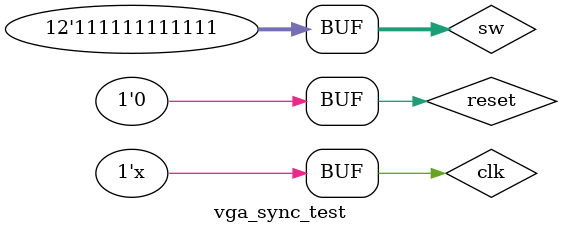
<source format=v>
`timescale 1ns / 1ps


module vga_sync_test;
    reg         clk    , reset ;
    reg  [11:0] sw     ;
    wire        hsync  , vsync;
    //wire [ 9:0] pixel_x, pixel_y;
    wire [11:0] rgb    ;
    integer i;


    //instaniate the vga sync
    //inputs clk, reset, sw, p_tick
    //ouputs hsync, vsync, video_on, pixel_x, pixel_y, rgb
    VGA_sync_top1 utt( .clk(clk),
                          .reset(reset),
                          .hsync(hsync),
                          .vsync(vsync),
                          //.p_tick(p_tick),
                          .sw(sw),
                          //.video_on(video_on),
                          //.pixel_x(pixel_x),
                          //.pixel_y(pixel_y),
                          .rgb(rgb)
                          );
    
    always #5 clk =  ~clk;
    initial begin
    #0
    clk = 0;
    reset = 1;
   // sw = 0;
    
    #10
    reset = 0;
    
    #100;
    sw = 12'h0;
    $display("NO COLOR",sw);             
    
    #100;
    sw = 12'h00F;
    $display("RED",sw);
    
    #100;
    sw = 12'h0F0;
    $display("GREEN",sw);   
    
    #100;
    sw = 12'hF00;
    $display("BLUE",sw);
    
    #100;
    sw = 12'hFFF;
    $display("WHITE ",sw);
    
    end  
endmodule

</source>
